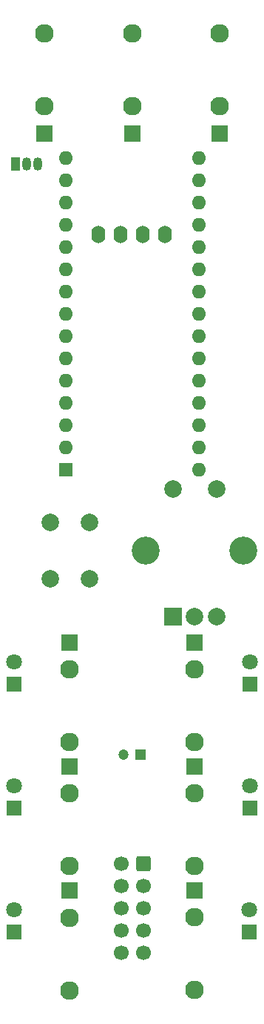
<source format=gbr>
%TF.GenerationSoftware,KiCad,Pcbnew,(6.0.10-0)*%
%TF.CreationDate,2023-02-15T18:47:27+02:00*%
%TF.ProjectId,gtoe,67746f65-2e6b-4696-9361-645f70636258,rev?*%
%TF.SameCoordinates,Original*%
%TF.FileFunction,Soldermask,Top*%
%TF.FilePolarity,Negative*%
%FSLAX46Y46*%
G04 Gerber Fmt 4.6, Leading zero omitted, Abs format (unit mm)*
G04 Created by KiCad (PCBNEW (6.0.10-0)) date 2023-02-15 18:47:27*
%MOMM*%
%LPD*%
G01*
G04 APERTURE LIST*
G04 Aperture macros list*
%AMRoundRect*
0 Rectangle with rounded corners*
0 $1 Rounding radius*
0 $2 $3 $4 $5 $6 $7 $8 $9 X,Y pos of 4 corners*
0 Add a 4 corners polygon primitive as box body*
4,1,4,$2,$3,$4,$5,$6,$7,$8,$9,$2,$3,0*
0 Add four circle primitives for the rounded corners*
1,1,$1+$1,$2,$3*
1,1,$1+$1,$4,$5*
1,1,$1+$1,$6,$7*
1,1,$1+$1,$8,$9*
0 Add four rect primitives between the rounded corners*
20,1,$1+$1,$2,$3,$4,$5,0*
20,1,$1+$1,$4,$5,$6,$7,0*
20,1,$1+$1,$6,$7,$8,$9,0*
20,1,$1+$1,$8,$9,$2,$3,0*%
G04 Aperture macros list end*
%ADD10R,1.930000X1.830000*%
%ADD11C,2.130000*%
%ADD12R,1.800000X1.800000*%
%ADD13C,1.800000*%
%ADD14R,2.000000X2.000000*%
%ADD15C,2.000000*%
%ADD16C,3.200000*%
%ADD17O,1.600000X2.000000*%
%ADD18R,1.200000X1.200000*%
%ADD19C,1.200000*%
%ADD20R,1.600000X1.600000*%
%ADD21O,1.600000X1.600000*%
%ADD22R,1.050000X1.500000*%
%ADD23O,1.050000X1.500000*%
%ADD24RoundRect,0.250000X0.600000X0.600000X-0.600000X0.600000X-0.600000X-0.600000X0.600000X-0.600000X0*%
%ADD25C,1.700000*%
G04 APERTURE END LIST*
D10*
%TO.C,J9*%
X125000000Y-52830000D03*
D11*
X125000000Y-41430000D03*
X125000000Y-49730000D03*
%TD*%
D12*
%TO.C,D5*%
X101520000Y-143970000D03*
D13*
X101520000Y-141430000D03*
%TD*%
D10*
%TO.C,J2*%
X122150000Y-110920000D03*
D11*
X122150000Y-122320000D03*
X122150000Y-114020000D03*
%TD*%
D10*
%TO.C,J5*%
X107850000Y-139220000D03*
D11*
X107850000Y-150620000D03*
X107850000Y-142320000D03*
%TD*%
D10*
%TO.C,J8*%
X115000000Y-52830000D03*
D11*
X115000000Y-41430000D03*
X115000000Y-49730000D03*
%TD*%
D12*
%TO.C,D4*%
X128500000Y-129820000D03*
D13*
X128500000Y-127280000D03*
%TD*%
D12*
%TO.C,D3*%
X101500000Y-129820000D03*
D13*
X101500000Y-127280000D03*
%TD*%
D10*
%TO.C,J3*%
X107850000Y-125070000D03*
D11*
X107850000Y-136470000D03*
X107850000Y-128170000D03*
%TD*%
D12*
%TO.C,D2*%
X128500000Y-115670000D03*
D13*
X128500000Y-113130000D03*
%TD*%
D14*
%TO.C,SW2*%
X119650000Y-107950000D03*
D15*
X124650000Y-107950000D03*
X122150000Y-107950000D03*
D16*
X116550000Y-100450000D03*
X127750000Y-100450000D03*
D15*
X124650000Y-93450000D03*
X119650000Y-93450000D03*
%TD*%
D10*
%TO.C,J6*%
X122150000Y-139210000D03*
D11*
X122150000Y-150610000D03*
X122150000Y-142310000D03*
%TD*%
D17*
%TO.C,Screen*%
X111179000Y-64398000D03*
X113719000Y-64398000D03*
X116259000Y-64398000D03*
X118799000Y-64398000D03*
%TD*%
D10*
%TO.C,J1*%
X107850000Y-110920000D03*
D11*
X107850000Y-122320000D03*
X107850000Y-114020000D03*
%TD*%
D12*
%TO.C,D6*%
X128400000Y-143970000D03*
D13*
X128400000Y-141430000D03*
%TD*%
D12*
%TO.C,D1*%
X101500000Y-115670000D03*
D13*
X101500000Y-113130000D03*
%TD*%
D10*
%TO.C,J4*%
X122150000Y-125070000D03*
D11*
X122150000Y-136470000D03*
X122150000Y-128170000D03*
%TD*%
D10*
%TO.C,J7*%
X105000000Y-52830000D03*
D11*
X105000000Y-41430000D03*
X105000000Y-49730000D03*
%TD*%
D15*
%TO.C,SW1*%
X105600000Y-103700000D03*
X105600000Y-97200000D03*
X110100000Y-97200000D03*
X110100000Y-103700000D03*
%TD*%
D18*
%TO.C,C1*%
X116000400Y-123700000D03*
D19*
X114000400Y-123700000D03*
%TD*%
D20*
%TO.C,Nano*%
X107375000Y-91200000D03*
D21*
X107375000Y-88660000D03*
X107375000Y-86120000D03*
X107375000Y-83580000D03*
X107375000Y-81040000D03*
X107375000Y-78500000D03*
X107375000Y-75960000D03*
X107375000Y-73420000D03*
X107375000Y-70880000D03*
X107375000Y-68340000D03*
X107375000Y-65800000D03*
X107375000Y-63260000D03*
X107375000Y-60720000D03*
X107375000Y-58180000D03*
X107375000Y-55640000D03*
X122615000Y-55640000D03*
X122615000Y-58180000D03*
X122615000Y-60720000D03*
X122615000Y-63260000D03*
X122615000Y-65800000D03*
X122615000Y-68340000D03*
X122615000Y-70880000D03*
X122615000Y-73420000D03*
X122615000Y-75960000D03*
X122615000Y-78500000D03*
X122615000Y-81040000D03*
X122615000Y-83580000D03*
X122615000Y-86120000D03*
X122615000Y-88660000D03*
X122615000Y-91200000D03*
%TD*%
D22*
%TO.C,Q1*%
X101630000Y-56300000D03*
D23*
X102900000Y-56300000D03*
X104170000Y-56300000D03*
%TD*%
D24*
%TO.C,J10*%
X116270000Y-136200000D03*
D25*
X113730000Y-136200000D03*
X116270000Y-138740000D03*
X113730000Y-138740000D03*
X116270000Y-141280000D03*
X113730000Y-141280000D03*
X116270000Y-143820000D03*
X113730000Y-143820000D03*
X116270000Y-146360000D03*
X113730000Y-146360000D03*
%TD*%
M02*

</source>
